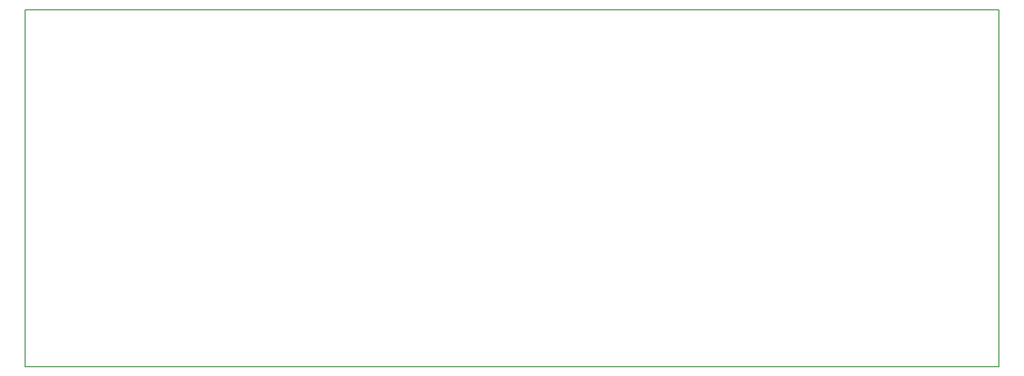
<source format=gm1>
G04 MADE WITH FRITZING*
G04 WWW.FRITZING.ORG*
G04 DOUBLE SIDED*
G04 HOLES PLATED*
G04 CONTOUR ON CENTER OF CONTOUR VECTOR*
%ASAXBY*%
%FSLAX23Y23*%
%MOIN*%
%OFA0B0*%
%SFA1.0B1.0*%
%ADD10R,6.609140X2.431370*%
%ADD11C,0.008000*%
%ADD10C,0.008*%
%LNCONTOUR*%
G90*
G70*
G54D10*
G54D11*
X8Y2423D02*
X6609Y2423D01*
X6609Y0D01*
X8Y0D01*
X8Y2423D01*
D02*
G04 End of contour*
M02*
</source>
